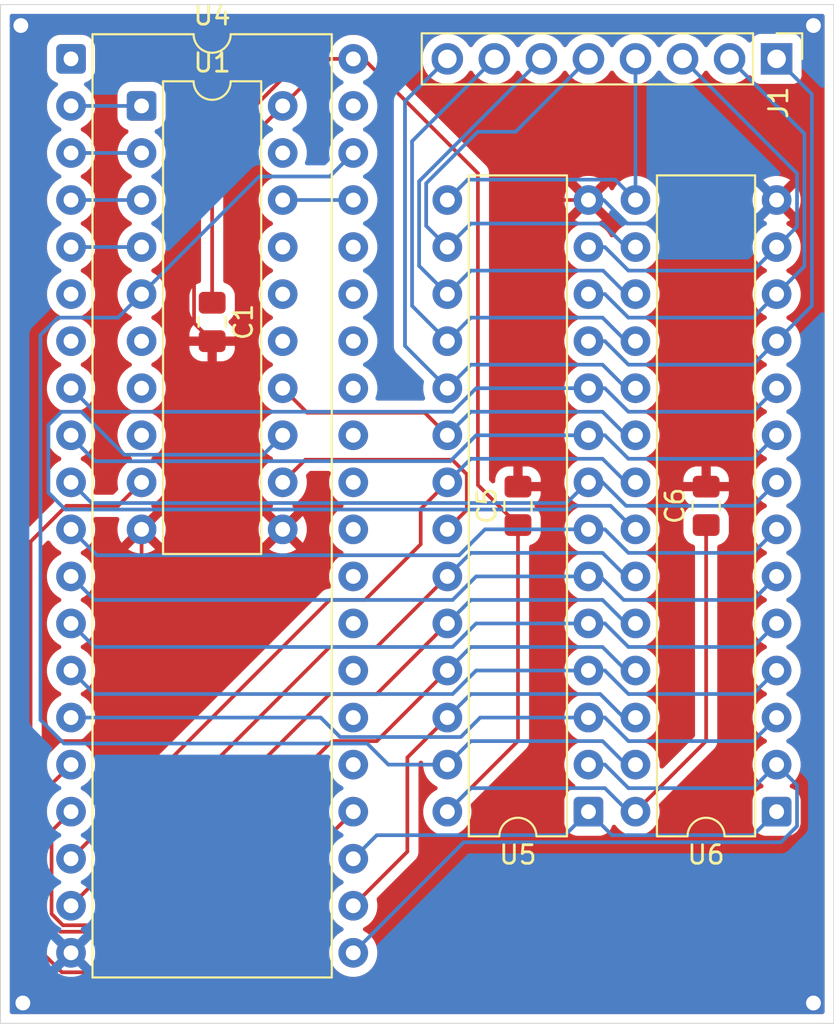
<source format=kicad_pcb>
(kicad_pcb (version 20241229) (generator "pcbnew") (generator_version "9.0")
  (layers (0 "F.Cu" signal) (2 "B.Cu" signal) (13 "F.Paste" user) (15 "B.Paste" user) (5 "F.SilkS" user "F.Silkscreen") (7 "B.SilkS" user "B.Silkscreen") (1 "F.Mask" user) (3 "B.Mask" user) (25 "Edge.Cuts" user))
  (net 0 "")
  (net 1 "GND")
  (net 2 "+5V")
  (net 3 "/D0")
  (net 4 "/D4")
  (net 5 "/D2")
  (net 6 "/D7")
  (net 7 "/D1")
  (net 8 "/D6")
  (net 9 "/D3")
  (net 10 "_OE2")
  (net 11 "CI")
  (net 12 "RW")
  (net 13 "O2")
  (net 14 "A15")
  (net 15 "_CS")
  (net 16 "_OE1")
  (net 17 "CLK")
  (net 18 "OSC")
  (net 19 "/A10")
  (net 20 "/A3")
  (net 21 "/A9")
  (net 22 "/A13")
  (net 23 "/A8")
  (net 24 "/A2")
  (net 25 "/A6")
  (net 26 "/A4")
  (net 27 "/A7")
  (net 28 "/A14")
  (net 29 "/A5")
  (net 30 "/A12")
  (net 31 "/A1")
  (net 32 "/A0")
  (net 33 "/A11")
  (net 34 "/D5")
  (net 36 "EXTSEL")
  (footprint "Package_DIP:DIP-28_W7.62mm" (layer "F.Cu") (at 139.7 91.44 180)
    (property "Reference" "U6" (at 3.81 -2.33 0) (layer "F.SilkS"))
    (property "Value" "KM62256CLP")
    (fp_line (start 6.46 34.35) (end 6.46 -1.33) (stroke (width 0.12)) (layer "F.SilkS"))
    (fp_line (start 6.46 -1.33) (end 4.81 -1.33) (stroke (width 0.12)) (layer "F.SilkS"))
    (fp_line (start 2.81 -1.33) (end 1.16 -1.33) (stroke (width 0.12)) (layer "F.SilkS"))
    (fp_line (start 1.16 34.35) (end 6.46 34.35) (stroke (width 0.12)) (layer "F.SilkS"))
    (fp_line (start 1.16 -1.33) (end 1.16 34.35) (stroke (width 0.12)) (layer "F.SilkS"))
    (fp_arc (start 4.81 -1.33) (mid 3.81 -0.33) (end 2.81 -1.33) (stroke (width 0.12)) (layer "F.SilkS"))
    (pad "1" thru_hole roundrect (at 0 0 180) (size 1.6 1.6) (drill 0.8) (layers "*.Cu" "*.Mask") (roundrect_rratio 0.15625) (net 28 "/A14"))
    (pad "2" thru_hole circle (at 0 2.54 180) (size 1.6 1.6) (drill 0.8) (layers "*.Cu" "*.Mask") (net 30 "/A12"))
    (pad "3" thru_hole circle (at 0 5.08 180) (size 1.6 1.6) (drill 0.8) (layers "*.Cu" "*.Mask") (net 27 "/A7"))
    (pad "4" thru_hole circle (at 0 7.62 180) (size 1.6 1.6) (drill 0.8) (layers "*.Cu" "*.Mask") (net 25 "/A6"))
    (pad "5" thru_hole circle (at 0 10.16 180) (size 1.6 1.6) (drill 0.8) (layers "*.Cu" "*.Mask") (net 29 "/A5"))
    (pad "6" thru_hole circle (at 0 12.7 180) (size 1.6 1.6) (drill 0.8) (layers "*.Cu" "*.Mask") (net 26 "/A4"))
    (pad "7" thru_hole circle (at 0 15.24 180) (size 1.6 1.6) (drill 0.8) (layers "*.Cu" "*.Mask") (net 20 "/A3"))
    (pad "8" thru_hole circle (at 0 17.78 180) (size 1.6 1.6) (drill 0.8) (layers "*.Cu" "*.Mask") (net 24 "/A2"))
    (pad "9" thru_hole circle (at 0 20.32 180) (size 1.6 1.6) (drill 0.8) (layers "*.Cu" "*.Mask") (net 31 "/A1"))
    (pad "10" thru_hole circle (at 0 22.86 180) (size 1.6 1.6) (drill 0.8) (layers "*.Cu" "*.Mask") (net 32 "/A0"))
    (pad "11" thru_hole circle (at 0 25.4 180) (size 1.6 1.6) (drill 0.8) (layers "*.Cu" "*.Mask") (net 3 "/D0"))
    (pad "12" thru_hole circle (at 0 27.94 180) (size 1.6 1.6) (drill 0.8) (layers "*.Cu" "*.Mask") (net 7 "/D1"))
    (pad "13" thru_hole circle (at 0 30.48 180) (size 1.6 1.6) (drill 0.8) (layers "*.Cu" "*.Mask") (net 5 "/D2"))
    (pad "14" thru_hole circle (at 0 33.02 180) (size 1.6 1.6) (drill 0.8) (layers "*.Cu" "*.Mask") (net 1 "GND"))
    (pad "15" thru_hole circle (at 7.62 33.02 180) (size 1.6 1.6) (drill 0.8) (layers "*.Cu" "*.Mask") (net 9 "/D3"))
    (pad "16" thru_hole circle (at 7.62 30.48 180) (size 1.6 1.6) (drill 0.8) (layers "*.Cu" "*.Mask") (net 4 "/D4"))
    (pad "17" thru_hole circle (at 7.62 27.94 180) (size 1.6 1.6) (drill 0.8) (layers "*.Cu" "*.Mask") (net 34 "/D5"))
    (pad "18" thru_hole circle (at 7.62 25.4 180) (size 1.6 1.6) (drill 0.8) (layers "*.Cu" "*.Mask") (net 8 "/D6"))
    (pad "19" thru_hole circle (at 7.62 22.86 180) (size 1.6 1.6) (drill 0.8) (layers "*.Cu" "*.Mask") (net 6 "/D7"))
    (pad "20" thru_hole circle (at 7.62 20.32 180) (size 1.6 1.6) (drill 0.8) (layers "*.Cu" "*.Mask") (net 15 "_CS"))
    (pad "21" thru_hole circle (at 7.62 17.78 180) (size 1.6 1.6) (drill 0.8) (layers "*.Cu" "*.Mask") (net 19 "/A10"))
    (pad "22" thru_hole circle (at 7.62 15.24 180) (size 1.6 1.6) (drill 0.8) (layers "*.Cu" "*.Mask") (net 10 "_OE2"))
    (pad "23" thru_hole circle (at 7.62 12.7 180) (size 1.6 1.6) (drill 0.8) (layers "*.Cu" "*.Mask") (net 33 "/A11"))
    (pad "24" thru_hole circle (at 7.62 10.16 180) (size 1.6 1.6) (drill 0.8) (layers "*.Cu" "*.Mask") (net 21 "/A9"))
    (pad "25" thru_hole circle (at 7.62 7.62 180) (size 1.6 1.6) (drill 0.8) (layers "*.Cu" "*.Mask") (net 23 "/A8"))
    (pad "26" thru_hole circle (at 7.62 5.08 180) (size 1.6 1.6) (drill 0.8) (layers "*.Cu" "*.Mask") (net 22 "/A13"))
    (pad "27" thru_hole circle (at 7.62 2.54 180) (size 1.6 1.6) (drill 0.8) (layers "*.Cu" "*.Mask") (net 12 "RW"))
    (pad "28" thru_hole circle (at 7.62 0 180) (size 1.6 1.6) (drill 0.8) (layers "*.Cu" "*.Mask") (net 2 "+5V"))
  )
  (footprint "Connector_PinHeader_2.54mm:PinHeader_1x08_P2.54mm_Vertical" (layer "F.Cu") (at 139.7 50.8 -90)
    (property "Reference" "J1" (at 2.3622 -0.1016 90) (layer "F.SilkS"))
    (property "Value" "D")
    (fp_line (start -1.38 19.16) (end 1.38 19.16) (stroke (width 0.12)) (layer "F.SilkS"))
    (fp_line (start -1.38 1.27) (end -1.38 19.16) (stroke (width 0.12)) (layer "F.SilkS"))
    (fp_line (start -1.38 1.27) (end 1.38 1.27) (stroke (width 0.12)) (layer "F.SilkS"))
    (fp_line (start 1.38 1.27) (end 1.38 19.16) (stroke (width 0.12)) (layer "F.SilkS"))
    (fp_line (start -1.38 0) (end -1.38 -1.38) (stroke (width 0.12)) (layer "F.SilkS"))
    (fp_line (start -1.38 -1.38) (end 0 -1.38) (stroke (width 0.12)) (layer "F.SilkS"))
    (pad "1" thru_hole rect (at 0 0 270) (size 1.7 1.7) (drill 1) (layers "*.Cu" "*.Mask") (net 3 "/D0"))
    (pad "2" thru_hole circle (at 0 2.54 270) (size 1.7 1.7) (drill 1) (layers "*.Cu" "*.Mask") (net 7 "/D1"))
    (pad "3" thru_hole circle (at 0 5.08 270) (size 1.7 1.7) (drill 1) (layers "*.Cu" "*.Mask") (net 5 "/D2"))
    (pad "4" thru_hole circle (at 0 7.62 270) (size 1.7 1.7) (drill 1) (layers "*.Cu" "*.Mask") (net 9 "/D3"))
    (pad "5" thru_hole circle (at 0 10.16 270) (size 1.7 1.7) (drill 1) (layers "*.Cu" "*.Mask") (net 4 "/D4"))
    (pad "6" thru_hole circle (at 0 12.7 270) (size 1.7 1.7) (drill 1) (layers "*.Cu" "*.Mask") (net 34 "/D5"))
    (pad "7" thru_hole circle (at 0 15.24 270) (size 1.7 1.7) (drill 1) (layers "*.Cu" "*.Mask") (net 8 "/D6"))
    (pad "8" thru_hole circle (at 0 17.78 270) (size 1.7 1.7) (drill 1) (layers "*.Cu" "*.Mask") (net 6 "/D7"))
  )
  (footprint "Package_DIP:DIP-40_W15.24mm" (layer "F.Cu") (at 101.6 50.8)
    (property "Reference" "U4" (at 7.62 -2.33 0) (layer "F.SilkS"))
    (property "Value" "~" (hide yes))
    (fp_line (start 1.16 -1.33) (end 1.16 49.59) (stroke (width 0.12)) (layer "F.SilkS"))
    (fp_line (start 1.16 49.59) (end 14.08 49.59) (stroke (width 0.12)) (layer "F.SilkS"))
    (fp_line (start 6.62 -1.33) (end 1.16 -1.33) (stroke (width 0.12)) (layer "F.SilkS"))
    (fp_line (start 14.08 -1.33) (end 8.62 -1.33) (stroke (width 0.12)) (layer "F.SilkS"))
    (fp_line (start 14.08 49.59) (end 14.08 -1.33) (stroke (width 0.12)) (layer "F.SilkS"))
    (fp_arc (start 8.62 -1.33) (mid 7.62 -0.33) (end 6.62 -1.33) (stroke (width 0.12)) (layer "F.SilkS"))
    (pad "1" thru_hole roundrect (at 0 0) (size 1.6 1.6) (drill 0.8) (layers "*.Cu" "*.Mask") (roundrect_rratio 0.15625))
    (pad "2" thru_hole circle (at 0 2.54) (size 1.6 1.6) (drill 0.8) (layers "*.Cu" "*.Mask") (net 17 "CLK"))
    (pad "3" thru_hole circle (at 0 5.08) (size 1.6 1.6) (drill 0.8) (layers "*.Cu" "*.Mask") (net 36 "EXTSEL"))
    (pad "4" thru_hole circle (at 0 7.62) (size 1.6 1.6) (drill 0.8) (layers "*.Cu" "*.Mask") (net 11 "CI"))
    (pad "5" thru_hole circle (at 0 10.16) (size 1.6 1.6) (drill 0.8) (layers "*.Cu" "*.Mask") (net 13 "O2"))
    (pad "6" thru_hole circle (at 0 12.7) (size 1.6 1.6) (drill 0.8) (layers "*.Cu" "*.Mask"))
    (pad "7" thru_hole circle (at 0 15.24) (size 1.6 1.6) (drill 0.8) (layers "*.Cu" "*.Mask"))
    (pad "8" thru_hole circle (at 0 17.78) (size 1.6 1.6) (drill 0.8) (layers "*.Cu" "*.Mask") (net 32 "/A0"))
    (pad "9" thru_hole circle (at 0 20.32) (size 1.6 1.6) (drill 0.8) (layers "*.Cu" "*.Mask") (net 31 "/A1"))
    (pad "10" thru_hole circle (at 0 22.86) (size 1.6 1.6) (drill 0.8) (layers "*.Cu" "*.Mask") (net 24 "/A2"))
    (pad "11" thru_hole circle (at 0 25.4) (size 1.6 1.6) (drill 0.8) (layers "*.Cu" "*.Mask") (net 20 "/A3"))
    (pad "12" thru_hole circle (at 0 27.94) (size 1.6 1.6) (drill 0.8) (layers "*.Cu" "*.Mask") (net 26 "/A4"))
    (pad "13" thru_hole circle (at 0 30.48) (size 1.6 1.6) (drill 0.8) (layers "*.Cu" "*.Mask") (net 29 "/A5"))
    (pad "14" thru_hole circle (at 0 33.02) (size 1.6 1.6) (drill 0.8) (layers "*.Cu" "*.Mask") (net 25 "/A6"))
    (pad "15" thru_hole circle (at 0 35.56) (size 1.6 1.6) (drill 0.8) (layers "*.Cu" "*.Mask") (net 27 "/A7"))
    (pad "16" thru_hole circle (at 0 38.1) (size 1.6 1.6) (drill 0.8) (layers "*.Cu" "*.Mask") (net 23 "/A8"))
    (pad "17" thru_hole circle (at 0 40.64) (size 1.6 1.6) (drill 0.8) (layers "*.Cu" "*.Mask") (net 21 "/A9"))
    (pad "18" thru_hole circle (at 0 43.18) (size 1.6 1.6) (drill 0.8) (layers "*.Cu" "*.Mask") (net 19 "/A10"))
    (pad "19" thru_hole circle (at 0 45.72) (size 1.6 1.6) (drill 0.8) (layers "*.Cu" "*.Mask") (net 33 "/A11"))
    (pad "20" thru_hole circle (at 0 48.26) (size 1.6 1.6) (drill 0.8) (layers "*.Cu" "*.Mask") (net 1 "GND"))
    (pad "21" thru_hole circle (at 15.24 48.26) (size 1.6 1.6) (drill 0.8) (layers "*.Cu" "*.Mask") (net 30 "/A12"))
    (pad "22" thru_hole circle (at 15.24 45.72) (size 1.6 1.6) (drill 0.8) (layers "*.Cu" "*.Mask") (net 22 "/A13"))
    (pad "23" thru_hole circle (at 15.24 43.18) (size 1.6 1.6) (drill 0.8) (layers "*.Cu" "*.Mask") (net 28 "/A14"))
    (pad "24" thru_hole circle (at 15.24 40.64) (size 1.6 1.6) (drill 0.8) (layers "*.Cu" "*.Mask") (net 14 "A15"))
    (pad "25" thru_hole circle (at 15.24 38.1) (size 1.6 1.6) (drill 0.8) (layers "*.Cu" "*.Mask"))
    (pad "26" thru_hole circle (at 15.24 35.56) (size 1.6 1.6) (drill 0.8) (layers "*.Cu" "*.Mask"))
    (pad "27" thru_hole circle (at 15.24 33.02) (size 1.6 1.6) (drill 0.8) (layers "*.Cu" "*.Mask"))
    (pad "28" thru_hole circle (at 15.24 30.48) (size 1.6 1.6) (drill 0.8) (layers "*.Cu" "*.Mask"))
    (pad "29" thru_hole circle (at 15.24 27.94) (size 1.6 1.6) (drill 0.8) (layers "*.Cu" "*.Mask"))
    (pad "30" thru_hole circle (at 15.24 25.4) (size 1.6 1.6) (drill 0.8) (layers "*.Cu" "*.Mask"))
    (pad "31" thru_hole circle (at 15.24 22.86) (size 1.6 1.6) (drill 0.8) (layers "*.Cu" "*.Mask"))
    (pad "32" thru_hole circle (at 15.24 20.32) (size 1.6 1.6) (drill 0.8) (layers "*.Cu" "*.Mask"))
    (pad "33" thru_hole circle (at 15.24 17.78) (size 1.6 1.6) (drill 0.8) (layers "*.Cu" "*.Mask"))
    (pad "34" thru_hole circle (at 15.24 15.24) (size 1.6 1.6) (drill 0.8) (layers "*.Cu" "*.Mask"))
    (pad "35" thru_hole circle (at 15.24 12.7) (size 1.6 1.6) (drill 0.8) (layers "*.Cu" "*.Mask"))
    (pad "36" thru_hole circle (at 15.24 10.16) (size 1.6 1.6) (drill 0.8) (layers "*.Cu" "*.Mask"))
    (pad "37" thru_hole circle (at 15.24 7.62) (size 1.6 1.6) (drill 0.8) (layers "*.Cu" "*.Mask") (net 18 "OSC"))
    (pad "38" thru_hole circle (at 15.24 5.08) (size 1.6 1.6) (drill 0.8) (layers "*.Cu" "*.Mask") (net 12 "RW"))
    (pad "39" thru_hole circle (at 15.24 2.54) (size 1.6 1.6) (drill 0.8) (layers "*.Cu" "*.Mask"))
    (pad "40" thru_hole circle (at 15.24 0) (size 1.6 1.6) (drill 0.8) (layers "*.Cu" "*.Mask") (net 2 "+5V"))
  )
  (footprint "Capacitor_SMD:C_0805_2012Metric_Pad1.18x1.45mm_HandSolder" (layer "F.Cu") (at 135.895 74.93 90)
    (property "Reference" "C6" (at 0 -1.68 90) (layer "F.SilkS"))
    (property "Value" "100n" (hide yes))
    (fp_line (start -0.261252 -0.735) (end 0.261252 -0.735) (stroke (width 0.12)) (layer "F.SilkS"))
    (fp_line (start -0.261252 0.735) (end 0.261252 0.735) (stroke (width 0.12)) (layer "F.SilkS"))
    (pad "1" smd roundrect (at -1.0375 0 90) (size 1.175 1.45) (layers "F.Cu" "F.Mask" "F.Paste") (roundrect_rratio 0.212766) (net 2 "+5V"))
    (pad "2" smd roundrect (at 1.0375 0 90) (size 1.175 1.45) (layers "F.Cu" "F.Mask" "F.Paste") (roundrect_rratio 0.212766) (net 1 "GND"))
  )
  (footprint "Capacitor_SMD:C_0805_2012Metric_Pad1.18x1.45mm_HandSolder" (layer "F.Cu") (at 125.735 74.93 90)
    (property "Reference" "C5" (at 0 -1.68 90) (layer "F.SilkS"))
    (property "Value" "100n")
    (fp_line (start -0.261252 -0.735) (end 0.261252 -0.735) (stroke (width 0.12)) (layer "F.SilkS"))
    (fp_line (start -0.261252 0.735) (end 0.261252 0.735) (stroke (width 0.12)) (layer "F.SilkS"))
    (pad "1" smd roundrect (at -1.0375 0 90) (size 1.175 1.45) (layers "F.Cu" "F.Mask" "F.Paste") (roundrect_rratio 0.212766) (net 2 "+5V"))
    (pad "2" smd roundrect (at 1.0375 0 90) (size 1.175 1.45) (layers "F.Cu" "F.Mask" "F.Paste") (roundrect_rratio 0.212766) (net 1 "GND"))
  )
  (footprint "Capacitor_SMD:C_0805_2012Metric_Pad1.18x1.45mm_HandSolder" (layer "F.Cu") (at 109.22 65.0025 -90)
    (property "Reference" "C1" (at 0 -1.68 90) (layer "F.SilkS"))
    (property "Value" "100n")
    (fp_line (start -0.261252 0.735) (end 0.261252 0.735) (stroke (width 0.12)) (layer "F.SilkS"))
    (fp_line (start -0.261252 -0.735) (end 0.261252 -0.735) (stroke (width 0.12)) (layer "F.SilkS"))
    (pad "1" smd roundrect (at -1.0375 0 270) (size 1.175 1.45) (layers "F.Cu" "F.Mask" "F.Paste") (roundrect_rratio 0.212766) (net 2 "+5V"))
    (pad "2" smd roundrect (at 1.0375 0 270) (size 1.175 1.45) (layers "F.Cu" "F.Mask" "F.Paste") (roundrect_rratio 0.212766) (net 1 "GND"))
  )
  (footprint "Package_DIP:DIP-20_W7.62mm" (layer "F.Cu") (at 105.41 53.34)
    (property "Reference" "U1" (at 3.81 -2.33 0) (layer "F.SilkS"))
    (property "Value" "GAL16V8")
    (fp_line (start 1.16 -1.33) (end 1.16 24.19) (stroke (width 0.12)) (layer "F.SilkS"))
    (fp_line (start 1.16 24.19) (end 6.46 24.19) (stroke (width 0.12)) (layer "F.SilkS"))
    (fp_line (start 2.81 -1.33) (end 1.16 -1.33) (stroke (width 0.12)) (layer "F.SilkS"))
    (fp_line (start 6.46 -1.33) (end 4.81 -1.33) (stroke (width 0.12)) (layer "F.SilkS"))
    (fp_line (start 6.46 24.19) (end 6.46 -1.33) (stroke (width 0.12)) (layer "F.SilkS"))
    (fp_arc (start 4.81 -1.33) (mid 3.81 -0.33) (end 2.81 -1.33) (stroke (width 0.12)) (layer "F.SilkS"))
    (pad "1" thru_hole roundrect (at 0 0) (size 1.6 1.6) (drill 0.8) (layers "*.Cu" "*.Mask") (roundrect_rratio 0.15625) (net 17 "CLK"))
    (pad "2" thru_hole circle (at 0 2.54) (size 1.6 1.6) (drill 0.8) (layers "*.Cu" "*.Mask") (net 36 "EXTSEL"))
    (pad "3" thru_hole circle (at 0 5.08) (size 1.6 1.6) (drill 0.8) (layers "*.Cu" "*.Mask") (net 11 "CI"))
    (pad "4" thru_hole circle (at 0 7.62) (size 1.6 1.6) (drill 0.8) (layers "*.Cu" "*.Mask") (net 13 "O2"))
    (pad "5" thru_hole circle (at 0 10.16) (size 1.6 1.6) (drill 0.8) (layers "*.Cu" "*.Mask") (net 12 "RW"))
    (pad "6" thru_hole circle (at 0 12.7) (size 1.6 1.6) (drill 0.8) (layers "*.Cu" "*.Mask"))
    (pad "7" thru_hole circle (at 0 15.24) (size 1.6 1.6) (drill 0.8) (layers "*.Cu" "*.Mask"))
    (pad "8" thru_hole circle (at 0 17.78) (size 1.6 1.6) (drill 0.8) (layers "*.Cu" "*.Mask"))
    (pad "9" thru_hole circle (at 0 20.32) (size 1.6 1.6) (drill 0.8) (layers "*.Cu" "*.Mask") (net 14 "A15"))
    (pad "10" thru_hole circle (at 0 22.86) (size 1.6 1.6) (drill 0.8) (layers "*.Cu" "*.Mask") (net 1 "GND"))
    (pad "11" thru_hole circle (at 7.62 22.86) (size 1.6 1.6) (drill 0.8) (layers "*.Cu" "*.Mask") (net 1 "GND"))
    (pad "12" thru_hole circle (at 7.62 20.32) (size 1.6 1.6) (drill 0.8) (layers "*.Cu" "*.Mask") (net 16 "_OE1"))
    (pad "13" thru_hole circle (at 7.62 17.78) (size 1.6 1.6) (drill 0.8) (layers "*.Cu" "*.Mask") (net 10 "_OE2"))
    (pad "14" thru_hole circle (at 7.62 15.24) (size 1.6 1.6) (drill 0.8) (layers "*.Cu" "*.Mask") (net 15 "_CS"))
    (pad "15" thru_hole circle (at 7.62 12.7) (size 1.6 1.6) (drill 0.8) (layers "*.Cu" "*.Mask"))
    (pad "16" thru_hole circle (at 7.62 10.16) (size 1.6 1.6) (drill 0.8) (layers "*.Cu" "*.Mask"))
    (pad "17" thru_hole circle (at 7.62 7.62) (size 1.6 1.6) (drill 0.8) (layers "*.Cu" "*.Mask"))
    (pad "18" thru_hole circle (at 7.62 5.08) (size 1.6 1.6) (drill 0.8) (layers "*.Cu" "*.Mask") (net 18 "OSC"))
    (pad "19" thru_hole circle (at 7.62 2.54) (size 1.6 1.6) (drill 0.8) (layers "*.Cu" "*.Mask"))
    (pad "20" thru_hole circle (at 7.62 0) (size 1.6 1.6) (drill 0.8) (layers "*.Cu" "*.Mask") (net 2 "+5V"))
  )
  (footprint "Package_DIP:DIP-28_W7.62mm" (layer "F.Cu") (at 129.54 91.44 180)
    (property "Reference" "U5" (at 3.81 -2.33 0) (layer "F.SilkS"))
    (property "Value" "KM62256CLP")
    (fp_line (start 6.46 34.35) (end 6.46 -1.33) (stroke (width 0.12)) (layer "F.SilkS"))
    (fp_line (start 6.46 -1.33) (end 4.81 -1.33) (stroke (width 0.12)) (layer "F.SilkS"))
    (fp_line (start 2.81 -1.33) (end 1.16 -1.33) (stroke (width 0.12)) (layer "F.SilkS"))
    (fp_line (start 1.16 34.35) (end 6.46 34.35) (stroke (width 0.12)) (layer "F.SilkS"))
    (fp_line (start 1.16 -1.33) (end 1.16 34.35) (stroke (width 0.12)) (layer "F.SilkS"))
    (fp_arc (start 4.81 -1.33) (mid 3.81 -0.33) (end 2.81 -1.33) (stroke (width 0.12)) (layer "F.SilkS"))
    (pad "1" thru_hole roundrect (at 0 0 180) (size 1.6 1.6) (drill 0.8) (layers "*.Cu" "*.Mask") (roundrect_rratio 0.15625) (net 28 "/A14"))
    (pad "2" thru_hole circle (at 0 2.54 180) (size 1.6 1.6) (drill 0.8) (layers "*.Cu" "*.Mask") (net 30 "/A12"))
    (pad "3" thru_hole circle (at 0 5.08 180) (size 1.6 1.6) (drill 0.8) (layers "*.Cu" "*.Mask") (net 27 "/A7"))
    (pad "4" thru_hole circle (at 0 7.62 180) (size 1.6 1.6) (drill 0.8) (layers "*.Cu" "*.Mask") (net 25 "/A6"))
    (pad "5" thru_hole circle (at 0 10.16 180) (size 1.6 1.6) (drill 0.8) (layers "*.Cu" "*.Mask") (net 29 "/A5"))
    (pad "6" thru_hole circle (at 0 12.7 180) (size 1.6 1.6) (drill 0.8) (layers "*.Cu" "*.Mask") (net 26 "/A4"))
    (pad "7" thru_hole circle (at 0 15.24 180) (size 1.6 1.6) (drill 0.8) (layers "*.Cu" "*.Mask") (net 20 "/A3"))
    (pad "8" thru_hole circle (at 0 17.78 180) (size 1.6 1.6) (drill 0.8) (layers "*.Cu" "*.Mask") (net 24 "/A2"))
    (pad "9" thru_hole circle (at 0 20.32 180) (size 1.6 1.6) (drill 0.8) (layers "*.Cu" "*.Mask") (net 31 "/A1"))
    (pad "10" thru_hole circle (at 0 22.86 180) (size 1.6 1.6) (drill 0.8) (layers "*.Cu" "*.Mask") (net 32 "/A0"))
    (pad "11" thru_hole circle (at 0 25.4 180) (size 1.6 1.6) (drill 0.8) (layers "*.Cu" "*.Mask") (net 3 "/D0"))
    (pad "12" thru_hole circle (at 0 27.94 180) (size 1.6 1.6) (drill 0.8) (layers "*.Cu" "*.Mask") (net 7 "/D1"))
    (pad "13" thru_hole circle (at 0 30.48 180) (size 1.6 1.6) (drill 0.8) (layers "*.Cu" "*.Mask") (net 5 "/D2"))
    (pad "14" thru_hole circle (at 0 33.02 180) (size 1.6 1.6) (drill 0.8) (layers "*.Cu" "*.Mask") (net 1 "GND"))
    (pad "15" thru_hole circle (at 7.62 33.02 180) (size 1.6 1.6) (drill 0.8) (layers "*.Cu" "*.Mask") (net 9 "/D3"))
    (pad "16" thru_hole circle (at 7.62 30.48 180) (size 1.6 1.6) (drill 0.8) (layers "*.Cu" "*.Mask") (net 4 "/D4"))
    (pad "17" thru_hole circle (at 7.62 27.94 180) (size 1.6 1.6) (drill 0.8) (layers "*.Cu" "*.Mask") (net 34 "/D5"))
    (pad "18" thru_hole circle (at 7.62 25.4 180) (size 1.6 1.6) (drill 0.8) (layers "*.Cu" "*.Mask") (net 8 "/D6"))
    (pad "19" thru_hole circle (at 7.62 22.86 180) (size 1.6 1.6) (drill 0.8) (layers "*.Cu" "*.Mask") (net 6 "/D7"))
    (pad "20" thru_hole circle (at 7.62 20.32 180) (size 1.6 1.6) (drill 0.8) (layers "*.Cu" "*.Mask") (net 15 "_CS"))
    (pad "21" thru_hole circle (at 7.62 17.78 180) (size 1.6 1.6) (drill 0.8) (layers "*.Cu" "*.Mask") (net 19 "/A10"))
    (pad "22" thru_hole circle (at 7.62 15.24 180) (size 1.6 1.6) (drill 0.8) (layers "*.Cu" "*.Mask") (net 16 "_OE1"))
    (pad "23" thru_hole circle (at 7.62 12.7 180) (size 1.6 1.6) (drill 0.8) (layers "*.Cu" "*.Mask") (net 33 "/A11"))
    (pad "24" thru_hole circle (at 7.62 10.16 180) (size 1.6 1.6) (drill 0.8) (layers "*.Cu" "*.Mask") (net 21 "/A9"))
    (pad "25" thru_hole circle (at 7.62 7.62 180) (size 1.6 1.6) (drill 0.8) (layers "*.Cu" "*.Mask") (net 23 "/A8"))
    (pad "26" thru_hole circle (at 7.62 5.08 180) (size 1.6 1.6) (drill 0.8) (layers "*.Cu" "*.Mask") (net 22 "/A13"))
    (pad "27" thru_hole circle (at 7.62 2.54 180) (size 1.6 1.6) (drill 0.8) (layers "*.Cu" "*.Mask") (net 12 "RW"))
    (pad "28" thru_hole circle (at 7.62 0 180) (size 1.6 1.6) (drill 0.8) (layers "*.Cu" "*.Mask") (net 2 "+5V"))
  )
  (gr_line (start 97.79 47.87) (end 142.79 47.87) (stroke (width 0.05)) (layer "Edge.Cuts"))
  (gr_line (start 142.79 102.87) (end 97.79 102.87) (stroke (width 0.05)) (layer "Edge.Cuts"))
  (gr_line (start 97.79 102.87) (end 97.79 47.87) (stroke (width 0.05)) (layer "Edge.Cuts"))
  (gr_line (start 142.79 47.87) (end 142.79 102.87) (stroke (width 0.05)) (layer "Edge.Cuts"))
  (segment (start 129.54 58.42) (end 126.666488 58.42) (width 0.2) (layer "F.Cu") (net 1))
  (segment (start 102.254339 87.63) (end 100.965 87.63) (width 0.2) (layer "F.Cu") (net 1))
  (segment (start 135.895 62.225) (end 139.7 58.42) (width 0.2) (layer "F.Cu") (net 1))
  (segment (start 105.41 84.474339) (end 102.254339 87.63) (width 0.2) (layer "F.Cu") (net 1))
  (segment (start 117.649488 49.403) (end 115.480661 49.403) (width 0.2) (layer "F.Cu") (net 1))
  (segment (start 125.735 62.225) (end 125.735 73.8925) (width 0.2) (layer "F.Cu") (net 1))
  (segment (start 108.244 65.064) (end 109.22 66.04) (width 0.2) (layer "F.Cu") (net 1))
  (segment (start 135.895 73.8925) (end 135.895 62.225) (width 0.2) (layer "F.Cu") (net 1))
  (segment (start 109.22 72.39) (end 105.41 76.2) (width 0.2) (layer "F.Cu") (net 1))
  (segment (start 109.22 66.04) (end 109.22 72.39) (width 0.2) (layer "F.Cu") (net 1))
  (segment (start 115.480661 49.403) (end 108.244 56.639661) (width 0.2) (layer "F.Cu") (net 1))
  (segment (start 105.41 76.2) (end 105.41 84.474339) (width 0.2) (layer "F.Cu") (net 1))
  (segment (start 99.7966 88.7984) (end 99.7966 97.282) (width 0.2) (layer "F.Cu") (net 1))
  (segment (start 101.5746 99.06) (end 101.6 99.06) (width 0.2) (layer "F.Cu") (net 1))
  (segment (start 129.54 58.42) (end 125.735 62.225) (width 0.2) (layer "F.Cu") (net 1))
  (segment (start 100.965 87.63) (end 99.7966 88.7984) (width 0.2) (layer "F.Cu") (net 1))
  (segment (start 108.244 56.639661) (end 108.244 65.064) (width 0.2) (layer "F.Cu") (net 1))
  (segment (start 126.666488 58.42) (end 117.649488 49.403) (width 0.2) (layer "F.Cu") (net 1))
  (segment (start 99.7966 97.282) (end 101.5746 99.06) (width 0.2) (layer "F.Cu") (net 1))
  (via (at 141.69 49) (size 1.2) (drill 0.8) (layers "F.Cu" "B.Cu") (net 1))
  (via (at 98.89 49) (size 1.2) (drill 0.8) (layers "F.Cu" "B.Cu") (net 1))
  (via (at 99 101.77) (size 1.2) (drill 0.8) (layers "F.Cu" "B.Cu") (net 1))
  (via (at 141.69 101.77) (size 1.2) (drill 0.8) (layers "F.Cu" "B.Cu") (net 1))
  (segment (start 139.7 58.42) (end 138.43 59.69) (width 0.2) (layer "B.Cu") (net 1))
  (segment (start 138.43 59.69) (end 131.6355 59.69) (width 0.2) (layer "B.Cu") (net 1))
  (segment (start 130.3655 58.42) (end 129.54 58.42) (width 0.2) (layer "B.Cu") (net 1))
  (segment (start 131.6355 59.69) (end 130.3655 58.42) (width 0.2) (layer "B.Cu") (net 1))
  (segment (start 123.571 73.8035) (end 125.735 75.9675) (width 0.2) (layer "F.Cu") (net 2))
  (segment (start 125.735 87.625) (end 125.735 75.9675) (width 0.2) (layer "F.Cu") (net 2))
  (segment (start 117.3988 50.8) (end 123.571 56.9722) (width 0.2) (layer "F.Cu") (net 2))
  (segment (start 123.571 56.9722) (end 123.571 73.8035) (width 0.2) (layer "F.Cu") (net 2))
  (segment (start 113.03 53.34) (end 109.22 57.15) (width 0.2) (layer "F.Cu") (net 2))
  (segment (start 109.22 57.15) (end 109.22 63.965) (width 0.2) (layer "F.Cu") (net 2))
  (segment (start 116.84 50.8) (end 117.3988 50.8) (width 0.2) (layer "F.Cu") (net 2))
  (segment (start 121.92 91.44) (end 125.735 87.625) (width 0.2) (layer "F.Cu") (net 2))
  (segment (start 115.57 50.8) (end 113.03 53.34) (width 0.2) (layer "F.Cu") (net 2))
  (segment (start 132.08 91.44) (end 135.895 87.625) (width 0.2) (layer "F.Cu") (net 2))
  (segment (start 116.84 50.8) (end 115.57 50.8) (width 0.2) (layer "F.Cu") (net 2))
  (segment (start 135.895 87.625) (end 135.895 75.9675) (width 0.2) (layer "F.Cu") (net 2))
  (segment (start 130.429 90.17) (end 123.19 90.17) (width 0.2) (layer "B.Cu") (net 2))
  (segment (start 123.19 90.17) (end 121.92 91.44) (width 0.2) (layer "B.Cu") (net 2))
  (segment (start 131.699 91.44) (end 130.429 90.17) (width 0.2) (layer "B.Cu") (net 2))
  (segment (start 132.08 91.44) (end 131.699 91.44) (width 0.2) (layer "B.Cu") (net 2))
  (segment (start 141.603 64.137) (end 139.7 66.04) (width 0.2) (layer "B.Cu") (net 3))
  (segment (start 131.699 67.31) (end 130.429 66.04) (width 0.2) (layer "B.Cu") (net 3))
  (segment (start 139.7 50.8) (end 141.603 52.703) (width 0.2) (layer "B.Cu") (net 3))
  (segment (start 141.603 52.703) (end 141.603 64.137) (width 0.2) (layer "B.Cu") (net 3))
  (segment (start 139.7 66.04) (end 138.43 67.31) (width 0.2) (layer "B.Cu") (net 3))
  (segment (start 130.429 66.04) (end 129.54 66.04) (width 0.2) (layer "B.Cu") (net 3))
  (segment (start 138.43 67.31) (end 131.699 67.31) (width 0.2) (layer "B.Cu") (net 3))
  (segment (start 120.777 57.519388) (end 120.777 59.817) (width 0.2) (layer "B.Cu") (net 4))
  (segment (start 123.559388 54.737) (end 120.777 57.519388) (width 0.2) (layer "B.Cu") (net 4))
  (segment (start 131.572 60.96) (end 130.302 59.69) (width 0.2) (layer "B.Cu") (net 4))
  (segment (start 130.302 59.69) (end 123.19 59.69) (width 0.2) (layer "B.Cu") (net 4))
  (segment (start 129.54 50.8) (end 125.603 54.737) (width 0.2) (layer "B.Cu") (net 4))
  (segment (start 132.08 60.96) (end 131.572 60.96) (width 0.2) (layer "B.Cu") (net 4))
  (segment (start 125.603 54.737) (end 123.559388 54.737) (width 0.2) (layer "B.Cu") (net 4))
  (segment (start 120.777 59.817) (end 121.92 60.96) (width 0.2) (layer "B.Cu") (net 4))
  (segment (start 123.19 59.69) (end 121.92 60.96) (width 0.2) (layer "B.Cu") (net 4))
  (segment (start 130.429 60.96) (end 129.54 60.96) (width 0.2) (layer "B.Cu") (net 5))
  (segment (start 139.7 60.96) (end 138.43 62.23) (width 0.2) (layer "B.Cu") (net 5))
  (segment (start 134.62 50.8) (end 140.801 56.981) (width 0.2) (layer "B.Cu") (net 5))
  (segment (start 140.801 59.859) (end 139.7 60.96) (width 0.2) (layer "B.Cu") (net 5))
  (segment (start 140.801 56.981) (end 140.801 59.859) (width 0.2) (layer "B.Cu") (net 5))
  (segment (start 131.699 62.23) (end 130.429 60.96) (width 0.2) (layer "B.Cu") (net 5))
  (segment (start 138.43 62.23) (end 131.699 62.23) (width 0.2) (layer "B.Cu") (net 5))
  (segment (start 119.634 53.086) (end 119.634 66.294) (width 0.2) (layer "B.Cu") (net 6))
  (segment (start 132.08 68.58) (end 131.572 68.58) (width 0.2) (layer "B.Cu") (net 6))
  (segment (start 130.302 67.31) (end 123.19 67.31) (width 0.2) (layer "B.Cu") (net 6))
  (segment (start 121.92 50.8) (end 119.634 53.086) (width 0.2) (layer "B.Cu") (net 6))
  (segment (start 131.572 68.58) (end 130.302 67.31) (width 0.2) (layer "B.Cu") (net 6))
  (segment (start 119.634 66.294) (end 121.92 68.58) (width 0.2) (layer "B.Cu") (net 6))
  (segment (start 123.19 67.31) (end 121.92 68.58) (width 0.2) (layer "B.Cu") (net 6))
  (segment (start 139.7 63.5) (end 138.43 64.77) (width 0.2) (layer "B.Cu") (net 7))
  (segment (start 138.43 64.77) (end 131.699 64.77) (width 0.2) (layer "B.Cu") (net 7))
  (segment (start 137.16 50.8) (end 141.202 54.842) (width 0.2) (layer "B.Cu") (net 7))
  (segment (start 131.699 64.77) (end 130.429 63.5) (width 0.2) (layer "B.Cu") (net 7))
  (segment (start 130.429 63.5) (end 129.54 63.5) (width 0.2) (layer "B.Cu") (net 7))
  (segment (start 141.202 61.998) (end 139.7 63.5) (width 0.2) (layer "B.Cu") (net 7))
  (segment (start 141.202 54.842) (end 141.202 61.998) (width 0.2) (layer "B.Cu") (net 7))
  (segment (start 124.46 50.8) (end 120.015 55.245) (width 0.2) (layer "B.Cu") (net 8))
  (segment (start 120.015 64.135) (end 121.92 66.04) (width 0.2) (layer "B.Cu") (net 8))
  (segment (start 131.572 66.04) (end 130.302 64.77) (width 0.2) (layer "B.Cu") (net 8))
  (segment (start 120.015 55.245) (end 120.015 64.135) (width 0.2) (layer "B.Cu") (net 8))
  (segment (start 123.19 64.77) (end 121.92 66.04) (width 0.2) (layer "B.Cu") (net 8))
  (segment (start 130.302 64.77) (end 123.19 64.77) (width 0.2) (layer "B.Cu") (net 8))
  (segment (start 132.08 66.04) (end 131.572 66.04) (width 0.2) (layer "B.Cu") (net 8))
  (segment (start 130.979 57.319) (end 130.81 57.319) (width 0.2) (layer "B.Cu") (net 9))
  (segment (start 132.08 50.8) (end 132.08 58.42) (width 0.2) (layer "B.Cu") (net 9))
  (segment (start 132.08 58.42) (end 130.979 57.319) (width 0.2) (layer "B.Cu") (net 9))
  (segment (start 130.81 57.319) (end 123.021 57.319) (width 0.2) (layer "B.Cu") (net 9))
  (segment (start 123.021 57.319) (end 121.92 58.42) (width 0.2) (layer "B.Cu") (net 9))
  (segment (start 111.979 72.171) (end 113.03 71.12) (width 0.2) (layer "B.Cu") (net 10))
  (segment (start 132.0088 76.2) (end 130.7388 74.93) (width 0.2) (layer "B.Cu") (net 10))
  (segment (start 101.2906 75.1286) (end 100.3808 74.2188) (width 0.2) (layer "B.Cu") (net 10))
  (segment (start 130.7388 74.93) (end 128.708582 74.93) (width 0.2) (layer "B.Cu") (net 10))
  (segment (start 128.708582 74.93) (end 128.509981 75.1286) (width 0.2) (layer "B.Cu") (net 10))
  (segment (start 132.08 76.2) (end 132.0088 76.2) (width 0.2) (layer "B.Cu") (net 10))
  (segment (start 100.3808 74.2188) (end 100.3808 70.5612) (width 0.2) (layer "B.Cu") (net 10))
  (segment (start 101.092 69.85) (end 102.1588 69.85) (width 0.2) (layer "B.Cu") (net 10))
  (segment (start 102.572211 75.1286) (end 101.2906 75.1286) (width 0.2) (layer "B.Cu") (net 10))
  (segment (start 100.3808 70.5612) (end 101.092 69.85) (width 0.2) (layer "B.Cu") (net 10))
  (segment (start 128.509981 75.1286) (end 102.572211 75.1286) (width 0.2) (layer "B.Cu") (net 10))
  (segment (start 102.1588 69.85) (end 104.4798 72.171) (width 0.2) (layer "B.Cu") (net 10))
  (segment (start 104.4798 72.171) (end 111.979 72.171) (width 0.2) (layer "B.Cu") (net 10))
  (segment (start 105.41 58.42) (end 101.6 58.42) (width 0.2) (layer "B.Cu") (net 11))
  (segment (start 104.14 64.77) (end 105.41 63.5) (width 0.2) (layer "B.Cu") (net 12))
  (segment (start 99.949 65.7098) (end 100.8888 64.77) (width 0.2) (layer "B.Cu") (net 12))
  (segment (start 101.224 87.762) (end 99.949 86.487) (width 0.2) (layer "B.Cu") (net 12))
  (segment (start 115.57 57.15) (end 111.76 57.15) (width 0.2) (layer "B.Cu") (net 12))
  (segment (start 121.92 88.9) (end 118.73505 88.9) (width 0.2) (layer "B.Cu") (net 12))
  (segment (start 116.84 55.88) (end 115.57 57.15) (width 0.2) (layer "B.Cu") (net 12))
  (segment (start 105.41 63.21295) (end 105.41 63.5) (width 0.2) (layer "B.Cu") (net 12))
  (segment (start 123.19 87.63) (end 121.92 88.9) (width 0.2) (layer "B.Cu") (net 12))
  (segment (start 130.302 87.63) (end 123.19 87.63) (width 0.2) (layer "B.Cu") (net 12))
  (segment (start 117.59705 87.762) (end 101.224 87.762) (width 0.2) (layer "B.Cu") (net 12))
  (segment (start 99.949 86.487) (end 99.949 65.7098) (width 0.2) (layer "B.Cu") (net 12))
  (segment (start 131.572 88.9) (end 130.302 87.63) (width 0.2) (layer "B.Cu") (net 12))
  (segment (start 100.8888 64.77) (end 104.14 64.77) (width 0.2) (layer "B.Cu") (net 12))
  (segment (start 132.08 88.9) (end 131.572 88.9) (width 0.2) (layer "B.Cu") (net 12))
  (segment (start 111.76 57.15) (end 105.41 63.5) (width 0.2) (layer "B.Cu") (net 12))
  (segment (start 118.73505 88.9) (end 117.59705 87.762) (width 0.2) (layer "B.Cu") (net 12))
  (segment (start 105.41 60.96) (end 101.6 60.96) (width 0.2) (layer "B.Cu") (net 13))
  (segment (start 99.4156 98.425) (end 99.4156 76.8604) (width 0.2) (layer "F.Cu") (net 14))
  (segment (start 99.4156 76.8604) (end 101.346 74.93) (width 0.2) (layer "F.Cu") (net 14))
  (segment (start 104.14 74.93) (end 105.41 73.66) (width 0.2) (layer "F.Cu") (net 14))
  (segment (start 101.346 74.93) (end 104.14 74.93) (width 0.2) (layer "F.Cu") (net 14))
  (segment (start 116.84 91.44) (end 108.169 100.111) (width 0.2) (layer "F.Cu") (net 14))
  (segment (start 101.1016 100.111) (end 99.4156 98.425) (width 0.2) (layer "F.Cu") (net 14))
  (segment (start 108.169 100.111) (end 101.1016 100.111) (width 0.2) (layer "F.Cu") (net 14))
  (segment (start 114.3508 69.9008) (end 113.03 68.58) (width 0.2) (layer "F.Cu") (net 15))
  (segment (start 120.7008 69.9008) (end 114.3508 69.9008) (width 0.2) (layer "F.Cu") (net 15))
  (segment (start 121.92 71.12) (end 120.7008 69.9008) (width 0.2) (layer "F.Cu") (net 15))
  (segment (start 130.302 69.85) (end 123.19 69.85) (width 0.2) (layer "B.Cu") (net 15))
  (segment (start 123.19 69.85) (end 121.92 71.12) (width 0.2) (layer "B.Cu") (net 15))
  (segment (start 131.572 71.12) (end 130.302 69.85) (width 0.2) (layer "B.Cu") (net 15))
  (segment (start 121.92 76.2) (end 122.971 75.149) (width 0.2) (layer "F.Cu") (net 16))
  (segment (start 122.971 75.149) (end 122.971 73.224661) (width 0.2) (layer "F.Cu") (net 16))
  (segment (start 122.971 73.224661) (end 122.187139 72.4408) (width 0.2) (layer "F.Cu") (net 16))
  (segment (start 114.2492 72.4408) (end 113.03 73.66) (width 0.2) (layer "F.Cu") (net 16))
  (segment (start 122.187139 72.4408) (end 114.2492 72.4408) (width 0.2) (layer "F.Cu") (net 16))
  (segment (start 105.41 53.34) (end 101.6 53.34) (width 0.2) (layer "B.Cu") (net 17))
  (segment (start 116.84 58.42) (end 113.03 58.42) (width 0.2) (layer "B.Cu") (net 18))
  (segment (start 115.57 80.01) (end 101.6 93.98) (width 0.2) (layer "F.Cu") (net 19))
  (segment (start 117.475 80.01) (end 115.57 80.01) (width 0.2) (layer "F.Cu") (net 19))
  (segment (start 120.481 75.099) (end 120.481 77.004) (width 0.2) (layer "F.Cu") (net 19))
  (segment (start 120.481 77.004) (end 117.475 80.01) (width 0.2) (layer "F.Cu") (net 19))
  (segment (start 121.92 73.66) (end 120.481 75.099) (width 0.2) (layer "F.Cu") (net 19))
  (segment (start 130.302 72.39) (end 123.19 72.39) (width 0.2) (layer "B.Cu") (net 19))
  (segment (start 123.19 72.39) (end 121.92 73.66) (width 0.2) (layer "B.Cu") (net 19))
  (segment (start 131.572 73.66) (end 130.302 72.39) (width 0.2) (layer "B.Cu") (net 19))
  (segment (start 122.555 77.597) (end 102.997 77.597) (width 0.2) (layer "B.Cu") (net 20))
  (segment (start 123.952 76.2) (end 122.555 77.597) (width 0.2) (layer "B.Cu") (net 20))
  (segment (start 131.699 77.47) (end 130.429 76.2) (width 0.2) (layer "B.Cu") (net 20))
  (segment (start 129.54 76.2) (end 123.952 76.2) (width 0.2) (layer "B.Cu") (net 20))
  (segment (start 130.429 76.2) (end 129.54 76.2) (width 0.2) (layer "B.Cu") (net 20))
  (segment (start 138.43 77.47) (end 131.699 77.47) (width 0.2) (layer "B.Cu") (net 20))
  (segment (start 139.7 76.2) (end 138.43 77.47) (width 0.2) (layer "B.Cu") (net 20))
  (segment (start 102.997 77.597) (end 101.6 76.2) (width 0.2) (layer "B.Cu") (net 20))
  (segment (start 100.549 92.491) (end 101.6 91.44) (width 0.2) (layer "F.Cu") (net 21))
  (segment (start 118.11 85.09) (end 115.57 85.09) (width 0.2) (layer "F.Cu") (net 21))
  (segment (start 115.57 85.09) (end 103.089 97.571) (width 0.2) (layer "F.Cu") (net 21))
  (segment (start 121.92 81.28) (end 118.11 85.09) (width 0.2) (layer "F.Cu") (net 21))
  (segment (start 103.089 97.571) (end 101.164661 97.571) (width 0.2) (layer "F.Cu") (net 21))
  (segment (start 100.549 96.955339) (end 100.549 92.491) (width 0.2) (layer "F.Cu") (net 21))
  (segment (start 101.164661 97.571) (end 100.549 96.955339) (width 0.2) (layer "F.Cu") (net 21))
  (segment (start 131.572 81.28) (end 130.302 80.01) (width 0.2) (layer "B.Cu") (net 21))
  (segment (start 132.08 81.28) (end 131.572 81.28) (width 0.2) (layer "B.Cu") (net 21))
  (segment (start 130.302 80.01) (end 123.19 80.01) (width 0.2) (layer "B.Cu") (net 21))
  (segment (start 123.19 80.01) (end 121.92 81.28) (width 0.2) (layer "B.Cu") (net 21))
  (segment (start 119.761 88.519) (end 121.92 86.36) (width 0.2) (layer "F.Cu") (net 22))
  (segment (start 119.761 88.519) (end 119.761 93.599) (width 0.2) (layer "F.Cu") (net 22))
  (segment (start 119.761 93.599) (end 116.84 96.52) (width 0.2) (layer "F.Cu") (net 22))
  (segment (start 123.19 85.09) (end 121.92 86.36) (width 0.2) (layer "B.Cu") (net 22))
  (segment (start 131.445 86.36) (end 130.175 85.09) (width 0.2) (layer "B.Cu") (net 22))
  (segment (start 132.08 86.36) (end 131.445 86.36) (width 0.2) (layer "B.Cu") (net 22))
  (segment (start 130.175 85.09) (end 123.19 85.09) (width 0.2) (layer "B.Cu") (net 22))
  (segment (start 118.11 87.63) (end 115.697 87.63) (width 0.2) (layer "F.Cu") (net 23))
  (segment (start 121.92 83.82) (end 118.11 87.63) (width 0.2) (layer "F.Cu") (net 23))
  (segment (start 115.697 87.63) (end 105.405 97.922) (width 0.2) (layer "F.Cu") (net 23))
  (segment (start 101.019272 97.922) (end 100.198 97.100727) (width 0.2) (layer "F.Cu") (net 23))
  (segment (start 100.198 97.100727) (end 100.198 90.302) (width 0.2) (layer "F.Cu") (net 23))
  (segment (start 100.198 90.302) (end 101.6 88.9) (width 0.2) (layer "F.Cu") (net 23))
  (segment (start 105.405 97.922) (end 101.019272 97.922) (width 0.2) (layer "F.Cu") (net 23))
  (segment (start 123.19 82.55) (end 121.92 83.82) (width 0.2) (layer "B.Cu") (net 23))
  (segment (start 131.572 83.82) (end 130.302 82.55) (width 0.2) (layer "B.Cu") (net 23))
  (segment (start 132.08 83.82) (end 131.572 83.82) (width 0.2) (layer "B.Cu") (net 23))
  (segment (start 130.302 82.55) (end 123.19 82.55) (width 0.2) (layer "B.Cu") (net 23))
  (segment (start 102.651 74.711) (end 101.6 73.66) (width 0.2) (layer "B.Cu") (net 24))
  (segment (start 129.54 73.66) (end 129.482193 73.66) (width 0.2) (layer "B.Cu") (net 24))
  (segment (start 102.7176 74.7776) (end 102.651 74.711) (width 0.2) (layer "B.Cu") (net 24))
  (segment (start 138.43 74.93) (end 131.572 74.93) (width 0.2) (layer "B.Cu") (net 24))
  (segment (start 139.7 73.66) (end 138.43 74.93) (width 0.2) (layer "B.Cu") (net 24))
  (segment (start 128.364593 74.7776) (end 102.7176 74.7776) (width 0.2) (layer "B.Cu") (net 24))
  (segment (start 131.572 74.93) (end 130.302 73.66) (width 0.2) (layer "B.Cu") (net 24))
  (segment (start 129.482193 73.66) (end 128.364593 74.7776) (width 0.2) (layer "B.Cu") (net 24))
  (segment (start 130.302 73.66) (end 129.54 73.66) (width 0.2) (layer "B.Cu") (net 24))
  (segment (start 138.43 85.09) (end 131.699 85.09) (width 0.2) (layer "B.Cu") (net 25))
  (segment (start 122.20705 85.09) (end 102.87 85.09) (width 0.2) (layer "B.Cu") (net 25))
  (segment (start 139.7 83.82) (end 138.43 85.09) (width 0.2) (layer "B.Cu") (net 25))
  (segment (start 102.87 85.09) (end 101.6 83.82) (width 0.2) (layer "B.Cu") (net 25))
  (segment (start 130.429 83.82) (end 129.54 83.82) (width 0.2) (layer "B.Cu") (net 25))
  (segment (start 129.54 83.82) (end 123.47705 83.82) (width 0.2) (layer "B.Cu") (net 25))
  (segment (start 131.699 85.09) (end 130.429 83.82) (width 0.2) (layer "B.Cu") (net 25))
  (segment (start 123.47705 83.82) (end 122.20705 85.09) (width 0.2) (layer "B.Cu") (net 25))
  (segment (start 138.43 80.01) (end 131.445 80.01) (width 0.2) (layer "B.Cu") (net 26))
  (segment (start 129.54 78.74) (end 123.47705 78.74) (width 0.2) (layer "B.Cu") (net 26))
  (segment (start 130.175 78.74) (end 129.54 78.74) (width 0.2) (layer "B.Cu") (net 26))
  (segment (start 131.445 80.01) (end 130.175 78.74) (width 0.2) (layer "B.Cu") (net 26))
  (segment (start 123.47705 78.74) (end 122.20705 80.01) (width 0.2) (layer "B.Cu") (net 26))
  (segment (start 139.7 78.74) (end 138.43 80.01) (width 0.2) (layer "B.Cu") (net 26))
  (segment (start 102.87 80.01) (end 101.6 78.74) (width 0.2) (layer "B.Cu") (net 26))
  (segment (start 122.20705 80.01) (end 102.87 80.01) (width 0.2) (layer "B.Cu") (net 26))
  (segment (start 139.7 86.36) (end 138.43 87.63) (width 0.2) (layer "B.Cu") (net 27))
  (segment (start 115.08083 86.36) (end 101.6 86.36) (width 0.2) (layer "B.Cu") (net 27))
  (segment (start 130.429 86.36) (end 129.54 86.36) (width 0.2) (layer "B.Cu") (net 27))
  (segment (start 131.699 87.63) (end 130.429 86.36) (width 0.2) (layer "B.Cu") (net 27))
  (segment (start 122.647 87.411) (end 116.12683 87.411) (width 0.2) (layer "B.Cu") (net 27))
  (segment (start 138.43 87.63) (end 131.699 87.63) (width 0.2) (layer "B.Cu") (net 27))
  (segment (start 129.54 86.36) (end 123.698 86.36) (width 0.2) (layer "B.Cu") (net 27))
  (segment (start 116.12683 87.406) (end 115.08083 86.36) (width 0.2) (layer "B.Cu") (net 27))
  (segment (start 123.698 86.36) (end 122.647 87.411) (width 0.2) (layer "B.Cu") (net 27))
  (segment (start 116.12683 87.411) (end 116.12683 87.406) (width 0.2) (layer "B.Cu") (net 27))
  (segment (start 129.54 91.44) (end 128.27 92.71) (width 0.2) (layer "B.Cu") (net 28))
  (segment (start 128.27 92.71) (end 118.11 92.71) (width 0.2) (layer "B.Cu") (net 28))
  (segment (start 139.7 91.44) (end 138.43 92.71) (width 0.2) (layer "B.Cu") (net 28))
  (segment (start 130.81 92.71) (end 129.54 91.44) (width 0.2) (layer "B.Cu") (net 28))
  (segment (start 118.11 92.71) (end 116.84 93.98) (width 0.2) (layer "B.Cu") (net 28))
  (segment (start 138.43 92.71) (end 130.81 92.71) (width 0.2) (layer "B.Cu") (net 28))
  (segment (start 139.7 81.28) (end 138.43 82.55) (width 0.2) (layer "B.Cu") (net 29))
  (segment (start 122.20705 82.55) (end 102.87 82.55) (width 0.2) (layer "B.Cu") (net 29))
  (segment (start 138.43 82.55) (end 131.699 82.55) (width 0.2) (layer "B.Cu") (net 29))
  (segment (start 131.699 82.55) (end 130.429 81.28) (width 0.2) (layer "B.Cu") (net 29))
  (segment (start 130.429 81.28) (end 129.54 81.28) (width 0.2) (layer "B.Cu") (net 29))
  (segment (start 129.54 81.28) (end 123.47705 81.28) (width 0.2) (layer "B.Cu") (net 29))
  (segment (start 123.47705 81.28) (end 122.20705 82.55) (width 0.2) (layer "B.Cu") (net 29))
  (segment (start 102.87 82.55) (end 101.6 81.28) (width 0.2) (layer "B.Cu") (net 29))
  (segment (start 116.84 99.06) (end 122.809 93.091) (width 0.2) (layer "B.Cu") (net 30))
  (segment (start 138.43 90.17) (end 131.699 90.17) (width 0.2) (layer "B.Cu") (net 30))
  (segment (start 139.93516 93.091) (end 140.801 92.22516) (width 0.2) (layer "B.Cu") (net 30))
  (segment (start 130.429 88.9) (end 129.54 88.9) (width 0.2) (layer "B.Cu") (net 30))
  (segment (start 140.801 90.001) (end 139.7 88.9) (width 0.2) (layer "B.Cu") (net 30))
  (segment (start 140.801 92.22516) (end 140.801 90.001) (width 0.2) (layer "B.Cu") (net 30))
  (segment (start 139.7 88.9) (end 138.43 90.17) (width 0.2) (layer "B.Cu") (net 30))
  (segment (start 122.809 93.091) (end 139.93516 93.091) (width 0.2) (layer "B.Cu") (net 30))
  (segment (start 131.699 90.17) (end 130.429 88.9) (width 0.2) (layer "B.Cu") (net 30))
  (segment (start 131.699 72.39) (end 130.429 71.12) (width 0.2) (layer "B.Cu") (net 31))
  (segment (start 130.429 71.12) (end 129.54 71.12) (width 0.2) (layer "B.Cu") (net 31))
  (segment (start 102.909275 72.522) (end 101.6 71.212725) (width 0.2) (layer "B.Cu") (net 31))
  (segment (start 123.47705 71.12) (end 122.08005 72.517) (width 0.2) (layer "B.Cu") (net 31))
  (segment (start 122.08005 72.517) (end 112.129388 72.517) (width 0.2) (layer "B.Cu") (net 31))
  (segment (start 139.7 71.12) (end 138.43 72.39) (width 0.2) (layer "B.Cu") (net 31))
  (segment (start 112.129388 72.517) (end 112.124388 72.522) (width 0.2) (layer "B.Cu") (net 31))
  (segment (start 101.6 71.212725) (end 101.6 71.12) (width 0.2) (layer "B.Cu") (net 31))
  (segment (start 129.54 71.12) (end 123.47705 71.12) (width 0.2) (layer "B.Cu") (net 31))
  (segment (start 138.43 72.39) (end 131.699 72.39) (width 0.2) (layer "B.Cu") (net 31))
  (segment (start 112.124388 72.522) (end 102.909275 72.522) (width 0.2) (layer "B.Cu") (net 31))
  (segment (start 129.54 68.58) (end 123.47705 68.58) (width 0.2) (layer "B.Cu") (net 32))
  (segment (start 122.20705 69.85) (end 102.87 69.85) (width 0.2) (layer "B.Cu") (net 32))
  (segment (start 130.429 68.58) (end 129.54 68.58) (width 0.2) (layer "B.Cu") (net 32))
  (segment (start 138.43 69.85) (end 131.699 69.85) (width 0.2) (layer "B.Cu") (net 32))
  (segment (start 131.699 69.85) (end 130.429 68.58) (width 0.2) (layer "B.Cu") (net 32))
  (segment (start 102.87 69.85) (end 101.6 68.58) (width 0.2) (layer "B.Cu") (net 32))
  (segment (start 139.7 68.58) (end 138.43 69.85) (width 0.2) (layer "B.Cu") (net 32))
  (segment (start 123.47705 68.58) (end 122.20705 69.85) (width 0.2) (layer "B.Cu") (net 32))
  (segment (start 121.92 78.74) (end 118.11 82.55) (width 0.2) (layer "F.Cu") (net 33))
  (segment (start 115.57 82.55) (end 101.6 96.52) (width 0.2) (layer "F.Cu") (net 33))
  (segment (start 118.11 82.55) (end 115.57 82.55) (width 0.2) (layer "F.Cu") (net 33))
  (segment (start 131.572 78.74) (end 130.302 77.47) (width 0.2) (layer "B.Cu") (net 33))
  (segment (start 132.08 78.74) (end 131.572 78.74) (width 0.2) (layer "B.Cu") (net 33))
  (segment (start 130.302 77.47) (end 123.19 77.47) (width 0.2) (layer "B.Cu") (net 33))
  (segment (start 123.19 77.47) (end 121.92 78.74) (width 0.2) (layer "B.Cu") (net 33))
  (segment (start 121.92 63.5) (end 120.396 61.976) (width 0.2) (layer "B.Cu") (net 34))
  (segment (start 120.396 57.404) (end 127 50.8) (width 0.2) (layer "B.Cu") (net 34))
  (segment (start 130.326083 62.23) (end 123.19 62.23) (width 0.2) (layer "B.Cu") (net 34))
  (segment (start 131.596083 63.5) (end 130.326083 62.23) (width 0.2) (layer "B.Cu") (net 34))
  (segment (start 132.08 63.5) (end 131.596083 63.5) (width 0.2) (layer "B.Cu") (net 34))
  (segment (start 120.396 61.976) (end 120.396 57.404) (width 0.2) (layer "B.Cu") (net 34))
  (segment (start 123.19 62.23) (end 121.92 63.5) (width 0.2) (layer "B.Cu") (net 34))
  (segment (start 105.41 55.88) (end 101.6 55.88) (width 0.2) (layer "B.Cu") (net 36))
  (zone (net 1) (net_name "GND") (layer "F.Cu") (connect_pads (clearance 0.5)) (min_thickness 0.25) (fill yes (thermal_gap 0.5) (thermal_bridge_width 0.5))
    (polygon (pts (xy 97.79 47.87) (xy 97.79 102.87) (xy 142.79 102.87) (xy 142.79 47.87)))
  )
  (zone (net 1) (net_name "GND") (layer "B.Cu") (priority 1) (connect_pads (clearance 0.5)) (min_thickness 0.25) (fill yes (thermal_gap 0.5) (thermal_bridge_width 0.5))
    (polygon (pts (xy 97.79 47.87) (xy 97.79 102.87) (xy 142.79 102.87) (xy 142.79 47.87)))
  )
)
</source>
